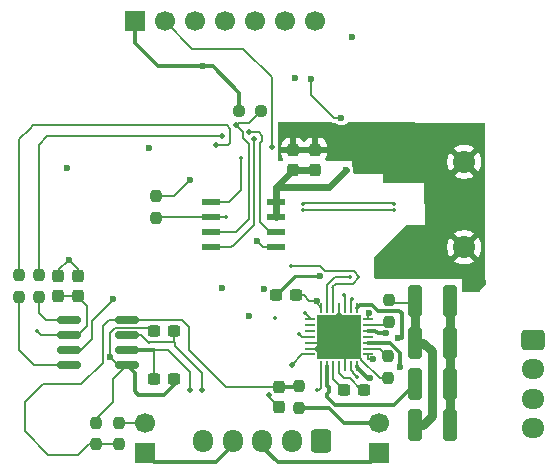
<source format=gbr>
%TF.GenerationSoftware,KiCad,Pcbnew,9.0.2*%
%TF.CreationDate,2025-07-23T20:38:51-05:00*%
%TF.ProjectId,Smart Motor,536d6172-7420-44d6-9f74-6f722e6b6963,rev?*%
%TF.SameCoordinates,Original*%
%TF.FileFunction,Copper,L4,Bot*%
%TF.FilePolarity,Positive*%
%FSLAX46Y46*%
G04 Gerber Fmt 4.6, Leading zero omitted, Abs format (unit mm)*
G04 Created by KiCad (PCBNEW 9.0.2) date 2025-07-23 20:38:51*
%MOMM*%
%LPD*%
G01*
G04 APERTURE LIST*
G04 Aperture macros list*
%AMRoundRect*
0 Rectangle with rounded corners*
0 $1 Rounding radius*
0 $2 $3 $4 $5 $6 $7 $8 $9 X,Y pos of 4 corners*
0 Add a 4 corners polygon primitive as box body*
4,1,4,$2,$3,$4,$5,$6,$7,$8,$9,$2,$3,0*
0 Add four circle primitives for the rounded corners*
1,1,$1+$1,$2,$3*
1,1,$1+$1,$4,$5*
1,1,$1+$1,$6,$7*
1,1,$1+$1,$8,$9*
0 Add four rect primitives between the rounded corners*
20,1,$1+$1,$2,$3,$4,$5,0*
20,1,$1+$1,$4,$5,$6,$7,0*
20,1,$1+$1,$6,$7,$8,$9,0*
20,1,$1+$1,$8,$9,$2,$3,0*%
G04 Aperture macros list end*
%TA.AperFunction,ComponentPad*%
%ADD10C,1.875000*%
%TD*%
%TA.AperFunction,ComponentPad*%
%ADD11R,1.700000X1.700000*%
%TD*%
%TA.AperFunction,ComponentPad*%
%ADD12C,1.700000*%
%TD*%
%TA.AperFunction,ComponentPad*%
%ADD13RoundRect,0.250000X0.600000X0.725000X-0.600000X0.725000X-0.600000X-0.725000X0.600000X-0.725000X0*%
%TD*%
%TA.AperFunction,ComponentPad*%
%ADD14O,1.700000X1.950000*%
%TD*%
%TA.AperFunction,ComponentPad*%
%ADD15RoundRect,0.250000X-0.725000X0.600000X-0.725000X-0.600000X0.725000X-0.600000X0.725000X0.600000X0*%
%TD*%
%TA.AperFunction,ComponentPad*%
%ADD16O,1.950000X1.700000*%
%TD*%
%TA.AperFunction,SMDPad,CuDef*%
%ADD17RoundRect,0.237500X-0.237500X0.250000X-0.237500X-0.250000X0.237500X-0.250000X0.237500X0.250000X0*%
%TD*%
%TA.AperFunction,SMDPad,CuDef*%
%ADD18RoundRect,0.062500X0.062500X-0.337500X0.062500X0.337500X-0.062500X0.337500X-0.062500X-0.337500X0*%
%TD*%
%TA.AperFunction,SMDPad,CuDef*%
%ADD19RoundRect,0.062500X0.337500X-0.062500X0.337500X0.062500X-0.337500X0.062500X-0.337500X-0.062500X0*%
%TD*%
%TA.AperFunction,HeatsinkPad*%
%ADD20C,0.500000*%
%TD*%
%TA.AperFunction,ComponentPad*%
%ADD21C,0.500000*%
%TD*%
%TA.AperFunction,HeatsinkPad*%
%ADD22R,3.500000X3.500000*%
%TD*%
%TA.AperFunction,HeatsinkPad*%
%ADD23R,3.700000X3.700000*%
%TD*%
%TA.AperFunction,SMDPad,CuDef*%
%ADD24RoundRect,0.250000X0.325000X1.100000X-0.325000X1.100000X-0.325000X-1.100000X0.325000X-1.100000X0*%
%TD*%
%TA.AperFunction,SMDPad,CuDef*%
%ADD25RoundRect,0.250000X-0.325000X-1.100000X0.325000X-1.100000X0.325000X1.100000X-0.325000X1.100000X0*%
%TD*%
%TA.AperFunction,SMDPad,CuDef*%
%ADD26RoundRect,0.237500X-0.300000X-0.237500X0.300000X-0.237500X0.300000X0.237500X-0.300000X0.237500X0*%
%TD*%
%TA.AperFunction,SMDPad,CuDef*%
%ADD27R,1.603000X0.558800*%
%TD*%
%TA.AperFunction,SMDPad,CuDef*%
%ADD28RoundRect,0.237500X-0.237500X0.300000X-0.237500X-0.300000X0.237500X-0.300000X0.237500X0.300000X0*%
%TD*%
%TA.AperFunction,SMDPad,CuDef*%
%ADD29RoundRect,0.150000X-0.825000X-0.150000X0.825000X-0.150000X0.825000X0.150000X-0.825000X0.150000X0*%
%TD*%
%TA.AperFunction,SMDPad,CuDef*%
%ADD30RoundRect,0.237500X0.300000X0.237500X-0.300000X0.237500X-0.300000X-0.237500X0.300000X-0.237500X0*%
%TD*%
%TA.AperFunction,SMDPad,CuDef*%
%ADD31RoundRect,0.237500X-0.250000X-0.237500X0.250000X-0.237500X0.250000X0.237500X-0.250000X0.237500X0*%
%TD*%
%TA.AperFunction,SMDPad,CuDef*%
%ADD32RoundRect,0.237500X0.237500X-0.250000X0.237500X0.250000X-0.237500X0.250000X-0.237500X-0.250000X0*%
%TD*%
%TA.AperFunction,ViaPad*%
%ADD33C,0.600000*%
%TD*%
%TA.AperFunction,ViaPad*%
%ADD34C,0.350000*%
%TD*%
%TA.AperFunction,ViaPad*%
%ADD35C,0.500000*%
%TD*%
%TA.AperFunction,Conductor*%
%ADD36C,0.200000*%
%TD*%
%TA.AperFunction,Conductor*%
%ADD37C,0.150000*%
%TD*%
%TA.AperFunction,Conductor*%
%ADD38C,0.800000*%
%TD*%
%TA.AperFunction,Conductor*%
%ADD39C,0.250000*%
%TD*%
%TA.AperFunction,Conductor*%
%ADD40C,0.300000*%
%TD*%
%TA.AperFunction,Conductor*%
%ADD41C,0.600000*%
%TD*%
%TA.AperFunction,Conductor*%
%ADD42C,0.100000*%
%TD*%
G04 APERTURE END LIST*
D10*
%TO.P,J4,MH1,MH1*%
%TO.N,GND*%
X159700000Y-126910000D03*
%TO.P,J4,MH2,MH2*%
X159700000Y-119690000D03*
%TD*%
D11*
%TO.P,J2,1,Pin_1*%
%TO.N,CAN_H*%
X132700000Y-144375000D03*
D12*
%TO.P,J2,2,Pin_2*%
%TO.N,Net-(J2-Pin_2)*%
X132700000Y-141835000D03*
%TD*%
D13*
%TO.P,J5,1,Pin_1*%
%TO.N,+3.3V*%
X147600000Y-143325000D03*
D14*
%TO.P,J5,2,Pin_2*%
%TO.N,+24V*%
X145100000Y-143325000D03*
%TO.P,J5,3,Pin_3*%
%TO.N,CAN_L*%
X142600000Y-143325000D03*
%TO.P,J5,4,Pin_4*%
%TO.N,CAN_H*%
X140100000Y-143325000D03*
%TO.P,J5,5,Pin_5*%
%TO.N,GND*%
X137600000Y-143325000D03*
%TD*%
D11*
%TO.P,J6,1,Pin_1*%
%TO.N,+3.3V*%
X131840000Y-107800000D03*
D12*
%TO.P,J6,2,Pin_2*%
%TO.N,SWCLK*%
X134380000Y-107800000D03*
%TO.P,J6,3,Pin_3*%
%TO.N,GND*%
X136920000Y-107800000D03*
%TO.P,J6,4,Pin_4*%
%TO.N,SWDIO*%
X139460000Y-107800000D03*
%TO.P,J6,5,Pin_5*%
%TO.N,GND*%
X142000000Y-107800000D03*
%TO.P,J6,6,Pin_6*%
%TO.N,NRST*%
X144540000Y-107800000D03*
%TO.P,J6,7,Pin_7*%
%TO.N,SWO*%
X147080000Y-107800000D03*
%TD*%
D15*
%TO.P,J1,1,Pin_1*%
%TO.N,/OA1*%
X165525000Y-134750000D03*
D16*
%TO.P,J1,2,Pin_2*%
%TO.N,/OA2*%
X165525000Y-137250000D03*
%TO.P,J1,3,Pin_3*%
%TO.N,/OB1*%
X165525000Y-139750000D03*
%TO.P,J1,4,Pin_4*%
%TO.N,/OB2*%
X165525000Y-142250000D03*
%TD*%
D11*
%TO.P,J3,1,Pin_1*%
%TO.N,CAN_L*%
X152500000Y-144375000D03*
D12*
%TO.P,J3,2,Pin_2*%
%TO.N,Net-(J3-Pin_2)*%
X152500000Y-141835000D03*
%TD*%
D17*
%TO.P,R2,1*%
%TO.N,GND*%
X153300000Y-131400000D03*
%TO.P,R2,2*%
%TO.N,/BRA*%
X153300000Y-133225000D03*
%TD*%
%TO.P,R9,1*%
%TO.N,Net-(J2-Pin_2)*%
X130500000Y-141775000D03*
%TO.P,R9,2*%
%TO.N,VRef*%
X130500000Y-143600000D03*
%TD*%
D18*
%TO.P,U2,1,OB2*%
%TO.N,/OB2*%
X150600000Y-136950000D03*
%TO.P,U2,2,~{EN}*%
%TO.N,ENABLE*%
X150100000Y-136950000D03*
%TO.P,U2,3,GND*%
%TO.N,GND*%
X149600000Y-136950000D03*
%TO.P,U2,4,CPO*%
%TO.N,Net-(U2-CPO)*%
X149100000Y-136950000D03*
%TO.P,U2,5,CPI*%
%TO.N,Net-(U2-CPI)*%
X148600000Y-136950000D03*
%TO.P,U2,6,VCP*%
%TO.N,Net-(U2-VCP)*%
X148100000Y-136950000D03*
%TO.P,U2,7,SPREAD*%
%TO.N,SPREAD*%
X147600000Y-136950000D03*
D19*
%TO.P,U2,8,5VOUT*%
%TO.N,Net-(U2-5VOUT)*%
X146650000Y-136000000D03*
%TO.P,U2,9,MS1/AD0*%
%TO.N,GND*%
X146650000Y-135500000D03*
%TO.P,U2,10,MS2/AD1*%
X146650000Y-135000000D03*
%TO.P,U2,11,DIAG*%
%TO.N,DIAG*%
X146650000Y-134500000D03*
%TO.P,U2,12,INDEX*%
%TO.N,unconnected-(U2-INDEX-Pad12)*%
X146650000Y-134000000D03*
%TO.P,U2,13,CLK*%
%TO.N,unconnected-(U2-CLK-Pad13)*%
X146650000Y-133500000D03*
%TO.P,U2,14,~{PD}/UART*%
%TO.N,RX*%
X146650000Y-133000000D03*
D18*
%TO.P,U2,15,VCC_IO*%
%TO.N,+3.3V*%
X147600000Y-132050000D03*
%TO.P,U2,16,STEP*%
%TO.N,STEP*%
X148100000Y-132050000D03*
%TO.P,U2,17,VREF*%
%TO.N,DAC*%
X148600000Y-132050000D03*
%TO.P,U2,18,GND*%
%TO.N,GND*%
X149100000Y-132050000D03*
%TO.P,U2,19,DIR*%
%TO.N,DIR*%
X149600000Y-132050000D03*
%TO.P,U2,20,STDBY*%
%TO.N,+3.3V*%
X150100000Y-132050000D03*
%TO.P,U2,21,OA2*%
%TO.N,/OA2*%
X150600000Y-132050000D03*
D19*
%TO.P,U2,22,VS*%
%TO.N,+24V*%
X151550000Y-133000000D03*
%TO.P,U2,23,BRA*%
%TO.N,/BRA*%
X151550000Y-133500000D03*
%TO.P,U2,24,OA1*%
%TO.N,/OA1*%
X151550000Y-134000000D03*
%TO.P,U2,25,NC*%
%TO.N,unconnected-(U2-NC-Pad25)*%
X151550000Y-134500000D03*
%TO.P,U2,26,OB1*%
%TO.N,/OB1*%
X151550000Y-135000000D03*
%TO.P,U2,27,BRB*%
%TO.N,/BRB*%
X151550000Y-135500000D03*
%TO.P,U2,28,VS*%
%TO.N,+24V*%
X151550000Y-136000000D03*
D20*
%TO.P,U2,29,GND*%
%TO.N,GND*%
X147600000Y-136000000D03*
D21*
X148600000Y-136000000D03*
D20*
X149600000Y-136000000D03*
X150600000Y-136000000D03*
X147600000Y-135000000D03*
X148600000Y-135000000D03*
X149600000Y-135000000D03*
X150600000Y-135000000D03*
D22*
X149100000Y-134500000D03*
D23*
X149100000Y-134500000D03*
D20*
X147600000Y-134000000D03*
X148600000Y-134000000D03*
X149600000Y-134000000D03*
X150600000Y-134000000D03*
X147600000Y-133000000D03*
X148600000Y-133000000D03*
X149600000Y-133000000D03*
X150600000Y-133000000D03*
%TD*%
D24*
%TO.P,C7,1*%
%TO.N,+24V*%
X158475000Y-138500000D03*
%TO.P,C7,2*%
%TO.N,Net-(U2-VCP)*%
X155525000Y-138500000D03*
%TD*%
D25*
%TO.P,C6,1*%
%TO.N,GND*%
X155525000Y-131500000D03*
%TO.P,C6,2*%
%TO.N,+24V*%
X158475000Y-131500000D03*
%TD*%
D26*
%TO.P,C15,1*%
%TO.N,CAN_H*%
X133400000Y-138100000D03*
%TO.P,C15,2*%
%TO.N,GND*%
X135125000Y-138100000D03*
%TD*%
D17*
%TO.P,R3,1*%
%TO.N,/BRB*%
X153250000Y-136175000D03*
%TO.P,R3,2*%
%TO.N,GND*%
X153250000Y-138000000D03*
%TD*%
D25*
%TO.P,C5,1*%
%TO.N,GND*%
X155525000Y-135000000D03*
%TO.P,C5,2*%
%TO.N,+24V*%
X158475000Y-135000000D03*
%TD*%
D17*
%TO.P,R6,1*%
%TO.N,GND*%
X128500000Y-141775000D03*
%TO.P,R6,2*%
%TO.N,VRef*%
X128500000Y-143600000D03*
%TD*%
D27*
%TO.P,U1,1,VDD5V*%
%TO.N,+3.3V*%
X143757300Y-123095000D03*
%TO.P,U1,2,VDD3V3*%
X143757300Y-124365000D03*
%TO.P,U1,3,OUT*%
%TO.N,AS_OUT*%
X143757300Y-125635000D03*
%TO.P,U1,4,GND*%
%TO.N,GND*%
X143757300Y-126905000D03*
%TO.P,U1,5,PGO*%
%TO.N,AS_PGO*%
X138242700Y-126905000D03*
%TO.P,U1,6,SDA*%
%TO.N,AS_SDA*%
X138242700Y-125635000D03*
%TO.P,U1,7,SCL*%
%TO.N,AS_SCL*%
X138242700Y-124365000D03*
%TO.P,U1,8,DIR*%
%TO.N,AS_DIR*%
X138242700Y-123095000D03*
%TD*%
D28*
%TO.P,C12,1*%
%TO.N,GND*%
X125333333Y-129337500D03*
%TO.P,C12,2*%
%TO.N,+3.3V*%
X125333333Y-131062500D03*
%TD*%
D26*
%TO.P,C16,1*%
%TO.N,GND*%
X133437500Y-134000000D03*
%TO.P,C16,2*%
%TO.N,CAN_L*%
X135162500Y-134000000D03*
%TD*%
D28*
%TO.P,C2,1*%
%TO.N,GND*%
X147100000Y-118675000D03*
%TO.P,C2,2*%
%TO.N,+3.3V*%
X147100000Y-120400000D03*
%TD*%
D29*
%TO.P,U3,1,D*%
%TO.N,Net-(U3-D)*%
X126225000Y-136905000D03*
%TO.P,U3,2,GND*%
%TO.N,GND*%
X126225000Y-135635000D03*
%TO.P,U3,3,VCC*%
%TO.N,+3.3V*%
X126225000Y-134365000D03*
%TO.P,U3,4,R*%
%TO.N,Net-(U3-R)*%
X126225000Y-133095000D03*
%TO.P,U3,5,Vref*%
%TO.N,VRef*%
X131175000Y-133095000D03*
%TO.P,U3,6,CANL*%
%TO.N,CAN_L*%
X131175000Y-134365000D03*
%TO.P,U3,7,CANH*%
%TO.N,CAN_H*%
X131175000Y-135635000D03*
%TO.P,U3,8,Rs*%
%TO.N,GND*%
X131175000Y-136905000D03*
%TD*%
D28*
%TO.P,C1,1*%
%TO.N,GND*%
X145200000Y-118675000D03*
%TO.P,C1,2*%
%TO.N,+3.3V*%
X145200000Y-120400000D03*
%TD*%
%TO.P,C11,1*%
%TO.N,GND*%
X127000000Y-129337500D03*
%TO.P,C11,2*%
%TO.N,+3.3V*%
X127000000Y-131062500D03*
%TD*%
D17*
%TO.P,R7,1*%
%TO.N,MCU_CANTX*%
X122000000Y-129287500D03*
%TO.P,R7,2*%
%TO.N,Net-(U3-D)*%
X122000000Y-131112500D03*
%TD*%
D30*
%TO.P,C8,1*%
%TO.N,Net-(U2-CPO)*%
X151250000Y-139000000D03*
%TO.P,C8,2*%
%TO.N,Net-(U2-CPI)*%
X149525000Y-139000000D03*
%TD*%
D28*
%TO.P,C14,1*%
%TO.N,VRef*%
X144000000Y-138737500D03*
%TO.P,C14,2*%
%TO.N,Net-(C14-Pad2)*%
X144000000Y-140462500D03*
%TD*%
D17*
%TO.P,R4,1*%
%TO.N,+3.3V*%
X133600000Y-122600000D03*
%TO.P,R4,2*%
%TO.N,AS_SCL*%
X133600000Y-124425000D03*
%TD*%
D30*
%TO.P,C3,1*%
%TO.N,+3.3V*%
X145475000Y-131000000D03*
%TO.P,C3,2*%
%TO.N,GND*%
X143750000Y-131000000D03*
%TD*%
D24*
%TO.P,C4,1*%
%TO.N,+24V*%
X158475000Y-142000000D03*
%TO.P,C4,2*%
%TO.N,GND*%
X155525000Y-142000000D03*
%TD*%
D31*
%TO.P,R5,1*%
%TO.N,+3.3V*%
X140675000Y-115400000D03*
%TO.P,R5,2*%
%TO.N,AS_SDA*%
X142500000Y-115400000D03*
%TD*%
D32*
%TO.P,R10,1*%
%TO.N,Net-(J3-Pin_2)*%
X145700000Y-140525000D03*
%TO.P,R10,2*%
%TO.N,VRef*%
X145700000Y-138700000D03*
%TD*%
D17*
%TO.P,R8,1*%
%TO.N,MCU_CANRX*%
X123666667Y-129287500D03*
%TO.P,R8,2*%
%TO.N,Net-(U3-R)*%
X123666667Y-131112500D03*
%TD*%
D33*
%TO.N,+3.3V*%
X150200000Y-109100000D03*
%TO.N,GND*%
X145352500Y-112625000D03*
X126100000Y-120200000D03*
D34*
%TO.N,USB_D+*%
X153750000Y-123250000D03*
%TO.N,USB_D-*%
X153750000Y-123800003D03*
D33*
%TO.N,GND*%
X142200000Y-126400000D03*
X133000000Y-118500000D03*
D35*
X151500000Y-118791871D03*
D33*
X139200000Y-130400000D03*
X130000000Y-131300000D03*
D34*
X143725000Y-132875000D03*
D33*
X147500000Y-129350000D03*
X129700000Y-136200000D03*
X155525000Y-133300000D03*
X126200000Y-128000000D03*
X142750000Y-130500000D03*
X160400000Y-129700000D03*
%TO.N,+3.3V*%
X147200000Y-131500000D03*
D34*
X150200000Y-131300000D03*
X123500000Y-134000000D03*
D33*
X149700000Y-120400000D03*
X136500000Y-121250000D03*
X141500000Y-132750000D03*
X137600000Y-111600000D03*
%TO.N,+24V*%
X158475000Y-133200000D03*
X152000000Y-136400000D03*
X151600000Y-132500000D03*
D35*
%TO.N,Net-(U2-5VOUT)*%
X145100000Y-136900000D03*
D34*
%TO.N,DAC*%
X145000000Y-128500000D03*
D35*
%TO.N,Net-(C14-Pad2)*%
X143183619Y-139408613D03*
%TO.N,CAN_H*%
X136500000Y-139000000D03*
%TO.N,CAN_L*%
X137500000Y-139000000D03*
%TO.N,SWCLK*%
X143400000Y-118400000D03*
D33*
%TO.N,NRST*%
X149300000Y-116000000D03*
X146700000Y-112700000D03*
D34*
%TO.N,USB_D-*%
X146021069Y-123775000D03*
%TO.N,USB_D+*%
X146021069Y-123225000D03*
%TO.N,RX*%
X146250000Y-132500000D03*
%TO.N,AS_SCL*%
X139500000Y-124400000D03*
D35*
%TO.N,AS_SDA*%
X140400000Y-116600000D03*
%TO.N,MCU_CANTX*%
X138700000Y-118300000D03*
%TO.N,MCU_CANRX*%
X139200000Y-117500000D03*
%TO.N,AS_OUT*%
X141500000Y-117200000D03*
D34*
%TO.N,AS_DIR*%
X140767933Y-119344292D03*
D35*
%TO.N,AS_PGO*%
X141900000Y-117800000D03*
D34*
%TO.N,DIAG*%
X145750000Y-134250000D03*
%TO.N,STEP*%
X150031801Y-129450000D03*
%TO.N,SPREAD*%
X147200000Y-139000000D03*
%TO.N,DIR*%
X149500000Y-131000000D03*
%TO.N,ENABLE*%
X150650044Y-137898957D03*
D33*
%TO.N,/OB1*%
X154300000Y-137100000D03*
%TO.N,/OB2*%
X151700000Y-138000000D03*
%TO.N,/OA1*%
X153076338Y-134216344D03*
%TO.N,/OA2*%
X154100000Y-134650000D03*
%TD*%
D36*
%TO.N,CAN_L*%
X135200000Y-135300000D02*
X137500000Y-137600000D01*
%TO.N,USB_D-*%
X153575000Y-123775000D02*
X146021069Y-123775000D01*
X153595607Y-123795607D02*
X153575000Y-123775000D01*
X153750000Y-123800003D02*
X153745604Y-123795607D01*
X153745604Y-123795607D02*
X153595607Y-123795607D01*
%TO.N,USB_D+*%
X153700000Y-123200000D02*
X153750000Y-123250000D01*
X146046069Y-123200000D02*
X153700000Y-123200000D01*
D37*
X153750000Y-123250000D02*
X153800000Y-123200000D01*
D36*
%TO.N,GND*%
X128500000Y-141775000D02*
X128500000Y-141500000D01*
X133201500Y-133764000D02*
X130159032Y-133764000D01*
X130000000Y-140000000D02*
X130000000Y-138080000D01*
X130000000Y-131400000D02*
X128200000Y-133200000D01*
X147100000Y-135500000D02*
X147600000Y-136000000D01*
X155350000Y-131675000D02*
X155525000Y-131500000D01*
X128500000Y-141500000D02*
X130000000Y-140000000D01*
D38*
X157000000Y-135750000D02*
X157000000Y-141250000D01*
D39*
X145400000Y-129350000D02*
X143750000Y-131000000D01*
D36*
X128200000Y-134700000D02*
X127265000Y-135635000D01*
X153250000Y-138000000D02*
X152562189Y-138000000D01*
X129700000Y-134223032D02*
X129700000Y-136200000D01*
X127000000Y-128800000D02*
X126200000Y-128000000D01*
X151000000Y-136400000D02*
X150600000Y-136000000D01*
D38*
X156250000Y-142000000D02*
X155525000Y-142000000D01*
D36*
X143757300Y-126905000D02*
X142705000Y-126905000D01*
D38*
X155525000Y-133300000D02*
X155525000Y-135000000D01*
D36*
X146650000Y-135000000D02*
X147600000Y-135000000D01*
D38*
X157000000Y-141250000D02*
X156250000Y-142000000D01*
D36*
X153250000Y-131675000D02*
X155350000Y-131675000D01*
D40*
X132100000Y-139400000D02*
X131800000Y-139100000D01*
X135125000Y-138575000D02*
X134300000Y-139400000D01*
D39*
X147500000Y-129350000D02*
X145400000Y-129350000D01*
D36*
X130405000Y-136905000D02*
X131175000Y-136905000D01*
D38*
X155525000Y-131500000D02*
X155525000Y-133300000D01*
D36*
X152562189Y-138000000D02*
X151000000Y-136437811D01*
X130000000Y-138080000D02*
X131175000Y-136905000D01*
D40*
X131800000Y-139100000D02*
X131800000Y-137530000D01*
D36*
X149100000Y-132500000D02*
X149100000Y-132050000D01*
X125333333Y-129337500D02*
X125333333Y-128866667D01*
X149600000Y-136950000D02*
X149600000Y-136000000D01*
X146650000Y-135500000D02*
X147100000Y-135500000D01*
X142705000Y-126905000D02*
X142200000Y-126400000D01*
X125333333Y-128866667D02*
X126200000Y-128000000D01*
D40*
X131800000Y-137530000D02*
X131175000Y-136905000D01*
D36*
X129700000Y-136200000D02*
X130405000Y-136905000D01*
X130159032Y-133764000D02*
X129700000Y-134223032D01*
X148600000Y-133000000D02*
X149100000Y-132500000D01*
D40*
X135125000Y-138100000D02*
X135125000Y-138575000D01*
D36*
X130000000Y-131300000D02*
X130000000Y-131400000D01*
X127000000Y-129337500D02*
X127000000Y-128800000D01*
D40*
X134300000Y-139400000D02*
X132100000Y-139400000D01*
D36*
X127265000Y-135635000D02*
X126225000Y-135635000D01*
X151000000Y-136437811D02*
X151000000Y-136400000D01*
X149100000Y-132500000D02*
X149600000Y-133000000D01*
D38*
X156250000Y-135000000D02*
X157000000Y-135750000D01*
D36*
X128200000Y-133200000D02*
X128200000Y-134700000D01*
D38*
X155525000Y-135000000D02*
X156250000Y-135000000D01*
D36*
X147100000Y-135500000D02*
X147600000Y-135000000D01*
X133437500Y-134000000D02*
X133201500Y-133764000D01*
%TO.N,+3.3V*%
X127000000Y-131062500D02*
X125333333Y-131062500D01*
X147200000Y-131500000D02*
X146600000Y-131500000D01*
X147200000Y-131500000D02*
X147200000Y-131650000D01*
D41*
X143757300Y-121842700D02*
X148257300Y-121842700D01*
D36*
X127800000Y-131862500D02*
X127000000Y-131062500D01*
X127035000Y-134365000D02*
X127800000Y-133600000D01*
D40*
X131840000Y-109640000D02*
X131840000Y-107800000D01*
D36*
X126225000Y-134365000D02*
X127035000Y-134365000D01*
D41*
X147100000Y-120400000D02*
X145200000Y-120400000D01*
X143757300Y-121842700D02*
X143757300Y-123095000D01*
D40*
X133800000Y-111600000D02*
X131840000Y-109640000D01*
X138450000Y-111600000D02*
X137600000Y-111600000D01*
D36*
X146100000Y-131000000D02*
X145475000Y-131000000D01*
X136500000Y-121250000D02*
X135150000Y-122600000D01*
X126225000Y-134365000D02*
X123865000Y-134365000D01*
D41*
X148257300Y-121842700D02*
X149700000Y-120400000D01*
D40*
X137600000Y-111600000D02*
X133800000Y-111600000D01*
X140675000Y-115400000D02*
X140675000Y-113825000D01*
D41*
X143757300Y-123095000D02*
X143757300Y-124365000D01*
D36*
X146600000Y-131500000D02*
X146100000Y-131000000D01*
D41*
X145200000Y-120400000D02*
X143757300Y-121842700D01*
D40*
X140675000Y-113825000D02*
X138450000Y-111600000D01*
D36*
X147200000Y-131650000D02*
X147600000Y-132050000D01*
X127800000Y-133600000D02*
X127800000Y-131862500D01*
X150100000Y-131400000D02*
X150200000Y-131300000D01*
X150100000Y-132050000D02*
X150100000Y-131400000D01*
X123865000Y-134365000D02*
X123500000Y-134000000D01*
X135150000Y-122600000D02*
X133600000Y-122600000D01*
%TO.N,+24V*%
X151600000Y-136400000D02*
X151550000Y-136350000D01*
X152000000Y-136400000D02*
X151600000Y-136400000D01*
X151550000Y-133000000D02*
X151550000Y-132550000D01*
X151550000Y-136350000D02*
X151550000Y-136000000D01*
D38*
X158475000Y-133200000D02*
X158475000Y-131500000D01*
X158475000Y-142000000D02*
X158475000Y-138500000D01*
X158475000Y-138500000D02*
X158475000Y-135000000D01*
X158475000Y-135000000D02*
X158475000Y-133200000D01*
D36*
X151550000Y-132550000D02*
X151600000Y-132500000D01*
%TO.N,Net-(U2-VCP)*%
X155500000Y-137800000D02*
X155950000Y-138250000D01*
D40*
X148750000Y-140250000D02*
X153775000Y-140250000D01*
X148251000Y-139207521D02*
X148100000Y-139358521D01*
X148100000Y-139358521D02*
X148100000Y-139600000D01*
X148100000Y-136950000D02*
X148100000Y-138641479D01*
X148251000Y-138792479D02*
X148251000Y-139207521D01*
X153775000Y-140250000D02*
X155525000Y-138500000D01*
X148100000Y-139600000D02*
X148750000Y-140250000D01*
X148100000Y-138641479D02*
X148251000Y-138792479D01*
D36*
%TO.N,Net-(U2-CPI)*%
X148600000Y-136950000D02*
X148600000Y-138075000D01*
X148600000Y-138075000D02*
X149525000Y-139000000D01*
%TO.N,Net-(U2-CPO)*%
X151000000Y-139000000D02*
X151250000Y-139000000D01*
X149100000Y-137600000D02*
X149500000Y-138000000D01*
X150000000Y-138000000D02*
X151000000Y-139000000D01*
X149500000Y-138000000D02*
X150000000Y-138000000D01*
X149100000Y-136950000D02*
X149100000Y-137600000D01*
%TO.N,Net-(U2-5VOUT)*%
X145100000Y-136900000D02*
X146000000Y-136000000D01*
X146000000Y-136000000D02*
X146650000Y-136000000D01*
%TO.N,DAC*%
X148533550Y-130283550D02*
X148600000Y-130350000D01*
X145000000Y-128500000D02*
X147500000Y-128500000D01*
X150332228Y-128949456D02*
X150816386Y-129433614D01*
X150816386Y-129433614D02*
X150250000Y-130000000D01*
X150250000Y-130000000D02*
X148817100Y-130000000D01*
X148817100Y-130000000D02*
X148533550Y-130283550D01*
X147500000Y-128500000D02*
X147949456Y-128949456D01*
X148600000Y-130350000D02*
X148600000Y-132050000D01*
X147949456Y-128949456D02*
X150332228Y-128949456D01*
%TO.N,Net-(C14-Pad2)*%
X143183619Y-139646119D02*
X144000000Y-140462500D01*
X143183619Y-139408613D02*
X143183619Y-139646119D01*
%TO.N,Net-(J2-Pin_2)*%
X132640000Y-141775000D02*
X132700000Y-141835000D01*
X130500000Y-141775000D02*
X132640000Y-141775000D01*
%TO.N,VRef*%
X129100000Y-136700000D02*
X129100000Y-133600000D01*
X139537500Y-138737500D02*
X144000000Y-138737500D01*
X124000000Y-138500000D02*
X127300000Y-138500000D01*
X136400000Y-133695000D02*
X135800000Y-133095000D01*
D40*
X145662500Y-138737500D02*
X145700000Y-138700000D01*
X144000000Y-138737500D02*
X145662500Y-138737500D01*
D36*
X128500000Y-143600000D02*
X127900000Y-143600000D01*
X136400000Y-135600000D02*
X139537500Y-138737500D01*
X122500000Y-140000000D02*
X124000000Y-138500000D01*
X129100000Y-133600000D02*
X129605000Y-133095000D01*
X127000000Y-144500000D02*
X124500000Y-144500000D01*
X129605000Y-133095000D02*
X131175000Y-133095000D01*
X124500000Y-144500000D02*
X122500000Y-142500000D01*
X131175000Y-133095000D02*
X135800000Y-133095000D01*
X127300000Y-138500000D02*
X129100000Y-136700000D01*
X136400000Y-135600000D02*
X136400000Y-133695000D01*
X127900000Y-143600000D02*
X127000000Y-144500000D01*
X128500000Y-143600000D02*
X130500000Y-143600000D01*
X122500000Y-142500000D02*
X122500000Y-140000000D01*
D40*
%TO.N,Net-(J3-Pin_2)*%
X145700000Y-140525000D02*
X148225000Y-140525000D01*
X148225000Y-140525000D02*
X149535000Y-141835000D01*
X149535000Y-141835000D02*
X152500000Y-141835000D01*
%TO.N,CAN_H*%
X140100000Y-143700000D02*
X140100000Y-143325000D01*
D36*
X133400000Y-138100000D02*
X133400000Y-135635000D01*
D40*
X132700000Y-144375000D02*
X133425000Y-145100000D01*
D36*
X136500000Y-137500000D02*
X134635000Y-135635000D01*
X134635000Y-135635000D02*
X133400000Y-135635000D01*
D40*
X138700000Y-145100000D02*
X140100000Y-143700000D01*
D36*
X136500000Y-139000000D02*
X136500000Y-137500000D01*
D40*
X133425000Y-145100000D02*
X138700000Y-145100000D01*
X133400000Y-135635000D02*
X131175000Y-135635000D01*
%TO.N,CAN_L*%
X142600000Y-143325000D02*
X142600000Y-143800000D01*
D36*
X131175000Y-134365000D02*
X132365000Y-134365000D01*
X133000000Y-135000000D02*
X133016000Y-134984000D01*
X137500000Y-139000000D02*
X137500000Y-137600000D01*
D40*
X142600000Y-143800000D02*
X143900000Y-145100000D01*
D36*
X135162500Y-134946500D02*
X135200000Y-134984000D01*
D40*
X151775000Y-145100000D02*
X152500000Y-144375000D01*
X143900000Y-145100000D02*
X151775000Y-145100000D01*
D36*
X135162500Y-134000000D02*
X135162500Y-134946500D01*
X132365000Y-134365000D02*
X133000000Y-135000000D01*
X133016000Y-134984000D02*
X135200000Y-134984000D01*
X135200000Y-135300000D02*
X135200000Y-134984000D01*
%TO.N,Net-(U3-D)*%
X126225000Y-136905000D02*
X123305000Y-136905000D01*
X122000000Y-135600000D02*
X122000000Y-131112500D01*
X123305000Y-136905000D02*
X122000000Y-135600000D01*
%TO.N,SWCLK*%
X143400000Y-118400000D02*
X143400000Y-112500000D01*
X143400000Y-112500000D02*
X141000000Y-110100000D01*
X141000000Y-110100000D02*
X136680000Y-110100000D01*
X136680000Y-110100000D02*
X134380000Y-107800000D01*
%TO.N,NRST*%
X146700000Y-114000000D02*
X146700000Y-113000000D01*
X146700000Y-113000000D02*
X146700000Y-112700000D01*
X149300000Y-116000000D02*
X148700000Y-116000000D01*
X148700000Y-116000000D02*
X147500000Y-114800000D01*
X147500000Y-114800000D02*
X146700000Y-114000000D01*
D42*
%TO.N,USB_D+*%
X146021069Y-123225000D02*
X146046069Y-123200000D01*
D36*
%TO.N,RX*%
X146650000Y-133000000D02*
X146650000Y-132900000D01*
X146650000Y-132900000D02*
X146250000Y-132500000D01*
%TO.N,AS_SCL*%
X133660000Y-124365000D02*
X133600000Y-124425000D01*
X138277700Y-124400000D02*
X138242700Y-124365000D01*
X138242700Y-124365000D02*
X133660000Y-124365000D01*
X139500000Y-124400000D02*
X138277700Y-124400000D01*
%TO.N,AS_SDA*%
X142500000Y-115400000D02*
X141500000Y-116400000D01*
X140949000Y-117149000D02*
X140400000Y-116600000D01*
X141500000Y-124500000D02*
X141500000Y-118200000D01*
X138242700Y-125635000D02*
X140365000Y-125635000D01*
X141500000Y-118200000D02*
X140949000Y-117649000D01*
X140949000Y-117649000D02*
X140949000Y-117149000D01*
X140365000Y-125635000D02*
X141500000Y-124500000D01*
X140600000Y-116400000D02*
X140400000Y-116600000D01*
X141500000Y-116400000D02*
X140600000Y-116400000D01*
%TO.N,Net-(U3-R)*%
X124300000Y-133100000D02*
X124305000Y-133095000D01*
X124305000Y-133095000D02*
X126225000Y-133095000D01*
X123800000Y-132600000D02*
X124300000Y-133100000D01*
X123666667Y-132466667D02*
X123800000Y-132600000D01*
X123666667Y-131112500D02*
X123666667Y-132466667D01*
%TO.N,MCU_CANTX*%
X139900000Y-116900000D02*
X139900000Y-118100000D01*
X122900000Y-116900000D02*
X123200000Y-116600000D01*
X139700000Y-118300000D02*
X138700000Y-118300000D01*
X139600000Y-116600000D02*
X139900000Y-116900000D01*
X122000000Y-117800000D02*
X122900000Y-116900000D01*
X139900000Y-118100000D02*
X139700000Y-118300000D01*
X123200000Y-116600000D02*
X139600000Y-116600000D01*
X122000000Y-129287500D02*
X122000000Y-117800000D01*
%TO.N,MCU_CANRX*%
X124400000Y-117500000D02*
X139200000Y-117500000D01*
X123666667Y-129287500D02*
X123666667Y-118233333D01*
X123666667Y-118233333D02*
X124400000Y-117500000D01*
%TO.N,AS_OUT*%
X142600000Y-117900000D02*
X142400000Y-118100000D01*
X142300000Y-117200000D02*
X142600000Y-117500000D01*
X142400000Y-118100000D02*
X142400000Y-124799800D01*
X143235200Y-125635000D02*
X143757300Y-125635000D01*
X141500000Y-117200000D02*
X142300000Y-117200000D01*
X142400000Y-124799800D02*
X143235200Y-125635000D01*
X142600000Y-117500000D02*
X142600000Y-117900000D01*
%TO.N,AS_DIR*%
X139805000Y-123095000D02*
X138242700Y-123095000D01*
X140800000Y-122100000D02*
X139805000Y-123095000D01*
X140767933Y-119344292D02*
X140800000Y-119376359D01*
X140800000Y-119376359D02*
X140800000Y-122100000D01*
%TO.N,AS_PGO*%
X138242700Y-126905000D02*
X139995000Y-126905000D01*
X141900000Y-125000000D02*
X141900000Y-117800000D01*
X139995000Y-126905000D02*
X140200000Y-126700000D01*
X140200000Y-126700000D02*
X141900000Y-125000000D01*
%TO.N,DIAG*%
X146000000Y-134500000D02*
X145750000Y-134250000D01*
X146650000Y-134500000D02*
X146000000Y-134500000D01*
%TO.N,STEP*%
X150031801Y-129450000D02*
X148800000Y-129450000D01*
X148100000Y-130150000D02*
X148100000Y-132050000D01*
X148800000Y-129450000D02*
X148100000Y-130150000D01*
%TO.N,SPREAD*%
X147600000Y-138850000D02*
X147600000Y-136950000D01*
X147450000Y-139000000D02*
X147600000Y-138850000D01*
X147200000Y-139000000D02*
X147450000Y-139000000D01*
%TO.N,DIR*%
X149600000Y-132050000D02*
X149600000Y-131100000D01*
X149600000Y-131100000D02*
X149500000Y-131000000D01*
%TO.N,ENABLE*%
X150174000Y-137424000D02*
X150100000Y-137350000D01*
X150385202Y-137651000D02*
X150174000Y-137439798D01*
X150401000Y-137651000D02*
X150385202Y-137651000D01*
X150174000Y-137439798D02*
X150174000Y-137424000D01*
X150650044Y-137898957D02*
X150648957Y-137898957D01*
X150648957Y-137898957D02*
X150401000Y-137651000D01*
X150100000Y-137350000D02*
X150100000Y-136950000D01*
D40*
%TO.N,/OB1*%
X151550000Y-135000000D02*
X153401346Y-135000000D01*
X154300000Y-135898654D02*
X154300000Y-137100000D01*
X153401346Y-135000000D02*
X154300000Y-135898654D01*
%TO.N,/OB2*%
X150600000Y-137100000D02*
X150600000Y-136950000D01*
X151500000Y-138000000D02*
X150600000Y-137100000D01*
X151700000Y-138000000D02*
X151500000Y-138000000D01*
%TO.N,/OA1*%
X152150000Y-134000000D02*
X151550000Y-134000000D01*
X152366344Y-134216344D02*
X152150000Y-134000000D01*
X153076338Y-134216344D02*
X152366344Y-134216344D01*
%TO.N,/OA2*%
X154100000Y-134650000D02*
X154350000Y-134650000D01*
X154400000Y-132500000D02*
X154207632Y-132307632D01*
X154400000Y-134600000D02*
X154400000Y-132500000D01*
X152407632Y-132307632D02*
X151900000Y-131800000D01*
X154207632Y-132307632D02*
X152407632Y-132307632D01*
X150850000Y-131800000D02*
X150600000Y-132050000D01*
X154350000Y-134650000D02*
X154400000Y-134600000D01*
X151900000Y-131800000D02*
X150850000Y-131800000D01*
D36*
%TO.N,/BRA*%
X151550000Y-133500000D02*
X153250000Y-133500000D01*
%TO.N,/BRB*%
X152575000Y-135500000D02*
X153250000Y-136175000D01*
X151550000Y-135500000D02*
X152575000Y-135500000D01*
%TD*%
%TA.AperFunction,Conductor*%
%TO.N,GND*%
G36*
X148424942Y-116322428D02*
G01*
X148486232Y-116339039D01*
X148534671Y-116367006D01*
X148545412Y-116373207D01*
X148647273Y-116400500D01*
X148752727Y-116400500D01*
X148799902Y-116400500D01*
X148866941Y-116420185D01*
X148887583Y-116436819D01*
X148931284Y-116480520D01*
X148931286Y-116480521D01*
X148931290Y-116480524D01*
X149068209Y-116559573D01*
X149068216Y-116559577D01*
X149220943Y-116600500D01*
X149220945Y-116600500D01*
X149379055Y-116600500D01*
X149379057Y-116600500D01*
X149531784Y-116559577D01*
X149668716Y-116480520D01*
X149780520Y-116368716D01*
X149780520Y-116368715D01*
X149782230Y-116367006D01*
X149843553Y-116333521D01*
X149870614Y-116330689D01*
X161376210Y-116396435D01*
X161443134Y-116416502D01*
X161488587Y-116469567D01*
X161499500Y-116520433D01*
X161499500Y-129607317D01*
X161530044Y-129819764D01*
X161530047Y-129819774D01*
X161564420Y-129936838D01*
X161564420Y-130006708D01*
X161540703Y-130051156D01*
X161037179Y-130655384D01*
X160979142Y-130694282D01*
X160941922Y-130700000D01*
X159624000Y-130700000D01*
X159556961Y-130680315D01*
X159511206Y-130627511D01*
X159500000Y-130576000D01*
X159500000Y-129600000D01*
X152224000Y-129600000D01*
X152156961Y-129580315D01*
X152111206Y-129527511D01*
X152100000Y-129476000D01*
X152100000Y-127751362D01*
X152119685Y-127684323D01*
X152136319Y-127663681D01*
X153003134Y-126796866D01*
X158262500Y-126796866D01*
X158262500Y-127023133D01*
X158297895Y-127246611D01*
X158367818Y-127461810D01*
X158470542Y-127663418D01*
X158522084Y-127734359D01*
X158522085Y-127734360D01*
X159118092Y-127138353D01*
X159146132Y-127206048D01*
X159214531Y-127308414D01*
X159301586Y-127395469D01*
X159403952Y-127463868D01*
X159471645Y-127491907D01*
X158875638Y-128087913D01*
X158946585Y-128139459D01*
X159148189Y-128242181D01*
X159363388Y-128312104D01*
X159363387Y-128312104D01*
X159586867Y-128347500D01*
X159813133Y-128347500D01*
X160036611Y-128312104D01*
X160251810Y-128242181D01*
X160453406Y-128139463D01*
X160453412Y-128139459D01*
X160524359Y-128087913D01*
X160524360Y-128087913D01*
X159928353Y-127491907D01*
X159996048Y-127463868D01*
X160098414Y-127395469D01*
X160185469Y-127308414D01*
X160253868Y-127206048D01*
X160281907Y-127138353D01*
X160877913Y-127734360D01*
X160877913Y-127734359D01*
X160929459Y-127663412D01*
X160929463Y-127663406D01*
X161032181Y-127461810D01*
X161102104Y-127246611D01*
X161137500Y-127023133D01*
X161137500Y-126796866D01*
X161102104Y-126573388D01*
X161032181Y-126358189D01*
X160929459Y-126156585D01*
X160877913Y-126085639D01*
X160877913Y-126085638D01*
X160281907Y-126681645D01*
X160253868Y-126613952D01*
X160185469Y-126511586D01*
X160098414Y-126424531D01*
X159996048Y-126356132D01*
X159928353Y-126328092D01*
X160524360Y-125732085D01*
X160524359Y-125732084D01*
X160453418Y-125680542D01*
X160251810Y-125577818D01*
X160036611Y-125507895D01*
X160036612Y-125507895D01*
X159813133Y-125472500D01*
X159586867Y-125472500D01*
X159363388Y-125507895D01*
X159148189Y-125577818D01*
X158946587Y-125680539D01*
X158875639Y-125732085D01*
X159471646Y-126328092D01*
X159403952Y-126356132D01*
X159301586Y-126424531D01*
X159214531Y-126511586D01*
X159146132Y-126613952D01*
X159118092Y-126681646D01*
X158522085Y-126085639D01*
X158470539Y-126156587D01*
X158367818Y-126358189D01*
X158297895Y-126573388D01*
X158262500Y-126796866D01*
X153003134Y-126796866D01*
X154763681Y-125036319D01*
X154825004Y-125002834D01*
X154851362Y-125000000D01*
X156400000Y-125000000D01*
X156400000Y-124999999D01*
X156300000Y-121500000D01*
X152924000Y-121500000D01*
X152856961Y-121480315D01*
X152811206Y-121427511D01*
X152800000Y-121376000D01*
X152800000Y-120700000D01*
X150402899Y-120700000D01*
X150335860Y-120680315D01*
X150290105Y-120627511D01*
X150280161Y-120558353D01*
X150283124Y-120543906D01*
X150291041Y-120514360D01*
X150300501Y-120479057D01*
X150300501Y-120320943D01*
X150259577Y-120168215D01*
X150216612Y-120093797D01*
X150200000Y-120031798D01*
X150200000Y-119600000D01*
X148040679Y-119600000D01*
X147973640Y-119580315D01*
X147970651Y-119576866D01*
X158262500Y-119576866D01*
X158262500Y-119803133D01*
X158297895Y-120026611D01*
X158367818Y-120241810D01*
X158470542Y-120443418D01*
X158522084Y-120514359D01*
X158522085Y-120514360D01*
X159118092Y-119918353D01*
X159146132Y-119986048D01*
X159214531Y-120088414D01*
X159301586Y-120175469D01*
X159403952Y-120243868D01*
X159471645Y-120271907D01*
X158875638Y-120867913D01*
X158946585Y-120919459D01*
X159148189Y-121022181D01*
X159363388Y-121092104D01*
X159363387Y-121092104D01*
X159586867Y-121127500D01*
X159813133Y-121127500D01*
X160036611Y-121092104D01*
X160251810Y-121022181D01*
X160453406Y-120919463D01*
X160453412Y-120919459D01*
X160524359Y-120867913D01*
X160524360Y-120867913D01*
X159928353Y-120271907D01*
X159996048Y-120243868D01*
X160098414Y-120175469D01*
X160185469Y-120088414D01*
X160253868Y-119986048D01*
X160281907Y-119918353D01*
X160877913Y-120514360D01*
X160877913Y-120514359D01*
X160929459Y-120443412D01*
X160929463Y-120443406D01*
X161032181Y-120241810D01*
X161102104Y-120026611D01*
X161137500Y-119803133D01*
X161137500Y-119576866D01*
X161102104Y-119353388D01*
X161032181Y-119138189D01*
X160929459Y-118936585D01*
X160877913Y-118865639D01*
X160877913Y-118865638D01*
X160281907Y-119461645D01*
X160253868Y-119393952D01*
X160185469Y-119291586D01*
X160098414Y-119204531D01*
X159996048Y-119136132D01*
X159928353Y-119108092D01*
X160524360Y-118512085D01*
X160524359Y-118512084D01*
X160453418Y-118460542D01*
X160251810Y-118357818D01*
X160036611Y-118287895D01*
X160036612Y-118287895D01*
X159813133Y-118252500D01*
X159586867Y-118252500D01*
X159363388Y-118287895D01*
X159148189Y-118357818D01*
X158946587Y-118460539D01*
X158875639Y-118512085D01*
X159471646Y-119108092D01*
X159403952Y-119136132D01*
X159301586Y-119204531D01*
X159214531Y-119291586D01*
X159146132Y-119393952D01*
X159118092Y-119461646D01*
X158522085Y-118865639D01*
X158470539Y-118936587D01*
X158367818Y-119138189D01*
X158297895Y-119353388D01*
X158262500Y-119576866D01*
X147970651Y-119576866D01*
X147927885Y-119527511D01*
X147917941Y-119458353D01*
X147935141Y-119410903D01*
X148010448Y-119288811D01*
X148010453Y-119288800D01*
X148064680Y-119125152D01*
X148074999Y-119024154D01*
X148075000Y-119024141D01*
X148075000Y-118925000D01*
X144225001Y-118925000D01*
X144225001Y-119024154D01*
X144235319Y-119125152D01*
X144289546Y-119288800D01*
X144289551Y-119288811D01*
X144364859Y-119410903D01*
X144383300Y-119478295D01*
X144362378Y-119544959D01*
X144308736Y-119589729D01*
X144259321Y-119600000D01*
X144024000Y-119600000D01*
X143956961Y-119580315D01*
X143911206Y-119527511D01*
X143900000Y-119476000D01*
X143900000Y-118668199D01*
X143904915Y-118633633D01*
X143909101Y-118619209D01*
X143912984Y-118612485D01*
X143950500Y-118472475D01*
X143950500Y-118327525D01*
X143950050Y-118325845D01*
X144225000Y-118325845D01*
X144225000Y-118425000D01*
X144950000Y-118425000D01*
X145450000Y-118425000D01*
X146850000Y-118425000D01*
X147350000Y-118425000D01*
X148074999Y-118425000D01*
X148074999Y-118325860D01*
X148074998Y-118325845D01*
X148064680Y-118224847D01*
X148010453Y-118061199D01*
X148010448Y-118061188D01*
X147919947Y-117914465D01*
X147919944Y-117914461D01*
X147798038Y-117792555D01*
X147798034Y-117792552D01*
X147651311Y-117702051D01*
X147651300Y-117702046D01*
X147487652Y-117647819D01*
X147386654Y-117637500D01*
X147350000Y-117637500D01*
X147350000Y-118425000D01*
X146850000Y-118425000D01*
X146850000Y-117637500D01*
X146813361Y-117637500D01*
X146813343Y-117637501D01*
X146712347Y-117647819D01*
X146548699Y-117702046D01*
X146548688Y-117702051D01*
X146401965Y-117792552D01*
X146401961Y-117792555D01*
X146280055Y-117914461D01*
X146280052Y-117914465D01*
X146255538Y-117954209D01*
X146203590Y-118000934D01*
X146134628Y-118012155D01*
X146070546Y-117984312D01*
X146044462Y-117954209D01*
X146019947Y-117914465D01*
X146019944Y-117914461D01*
X145898038Y-117792555D01*
X145898034Y-117792552D01*
X145751311Y-117702051D01*
X145751300Y-117702046D01*
X145587652Y-117647819D01*
X145486654Y-117637500D01*
X145450000Y-117637500D01*
X145450000Y-118425000D01*
X144950000Y-118425000D01*
X144950000Y-117637500D01*
X144913361Y-117637500D01*
X144913343Y-117637501D01*
X144812347Y-117647819D01*
X144648699Y-117702046D01*
X144648688Y-117702051D01*
X144501965Y-117792552D01*
X144501961Y-117792555D01*
X144380055Y-117914461D01*
X144380052Y-117914465D01*
X144289551Y-118061188D01*
X144289546Y-118061199D01*
X144235319Y-118224847D01*
X144225000Y-118325845D01*
X143950050Y-118325845D01*
X143912984Y-118187515D01*
X143912983Y-118187513D01*
X143909873Y-118180005D01*
X143912605Y-118178873D01*
X143900000Y-118131800D01*
X143900000Y-116421282D01*
X143919685Y-116354243D01*
X143972489Y-116308488D01*
X144024706Y-116297284D01*
X148424942Y-116322428D01*
G37*
%TD.AperFunction*%
%TD*%
M02*

</source>
